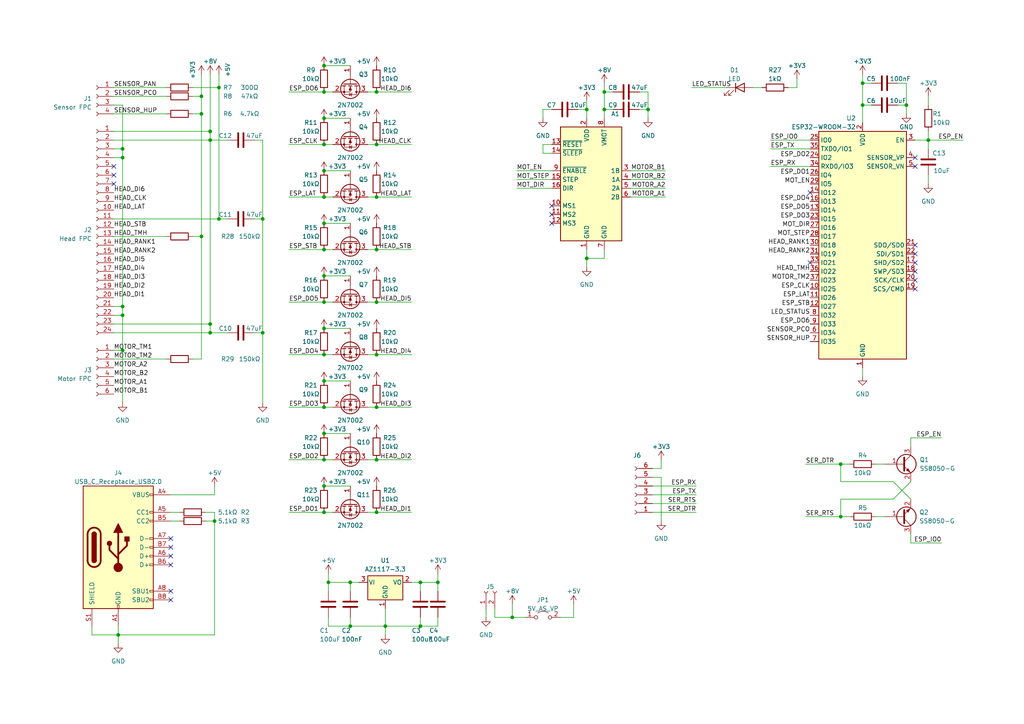
<source format=kicad_sch>
(kicad_sch (version 20230121) (generator eeschema)
  (paper "A4")
  (junction (at 175.26 31.75))
  (junction (at 93.98 87.63))
  (junction (at 109.22 41.91))
  (junction (at 60.96 96.52))
  (junction (at 35.56 45.72))
  (junction (at 35.56 88.9))
  (junction (at 93.98 72.39))
  (junction (at 109.22 72.39))
  (junction (at 34.29 184.15))
  (junction (at 170.18 74.93))
  (junction (at 111.76 181.61))
  (junction (at 93.98 19.05))
  (junction (at 93.98 41.91))
  (junction (at 35.56 43.18))
  (junction (at 93.98 34.29))
  (junction (at 76.2 63.5))
  (junction (at 109.22 102.87))
  (junction (at 93.98 80.01))
  (junction (at 58.42 27.94))
  (junction (at 62.23 151.13))
  (junction (at 93.98 26.67))
  (junction (at 187.96 31.75))
  (junction (at 63.5 63.5))
  (junction (at 250.19 24.13))
  (junction (at 35.56 91.44))
  (junction (at 35.56 101.6))
  (junction (at 93.98 148.59))
  (junction (at 93.98 64.77))
  (junction (at 175.26 26.67))
  (junction (at 93.98 102.87))
  (junction (at 243.84 149.86))
  (junction (at 60.96 38.1))
  (junction (at 109.22 133.35))
  (junction (at 93.98 110.49))
  (junction (at 58.42 33.02))
  (junction (at 93.98 49.53))
  (junction (at 170.18 31.75))
  (junction (at 101.6 168.91))
  (junction (at 109.22 148.59))
  (junction (at 127 168.91))
  (junction (at 243.84 134.62))
  (junction (at 60.96 40.64))
  (junction (at 109.22 57.15))
  (junction (at 109.22 26.67))
  (junction (at 63.5 25.4))
  (junction (at 93.98 125.73))
  (junction (at 250.19 30.48))
  (junction (at 60.96 93.98))
  (junction (at 109.22 118.11))
  (junction (at 93.98 133.35))
  (junction (at 58.42 68.58))
  (junction (at 93.98 95.25))
  (junction (at 93.98 140.97))
  (junction (at 121.92 181.61))
  (junction (at 262.89 30.48))
  (junction (at 121.92 168.91))
  (junction (at 109.22 87.63))
  (junction (at 269.24 40.64))
  (junction (at 76.2 96.52))
  (junction (at 95.25 168.91))
  (junction (at 101.6 181.61))
  (junction (at 93.98 57.15))
  (junction (at 148.59 179.07))
  (junction (at 93.98 118.11))
  (no_connect (at 265.43 78.74))
  (no_connect (at 265.43 48.26))
  (no_connect (at 265.43 83.82))
  (no_connect (at 49.53 173.99))
  (no_connect (at 265.43 45.72))
  (no_connect (at 33.02 53.34))
  (no_connect (at 234.95 55.88))
  (no_connect (at 49.53 163.83))
  (no_connect (at 160.02 64.77))
  (no_connect (at 265.43 71.12))
  (no_connect (at 49.53 158.75))
  (no_connect (at 265.43 81.28))
  (no_connect (at 49.53 156.21))
  (no_connect (at 33.02 50.8))
  (no_connect (at 160.02 59.69))
  (no_connect (at 49.53 161.29))
  (no_connect (at 234.95 76.2))
  (no_connect (at 265.43 76.2))
  (no_connect (at 49.53 171.45))
  (no_connect (at 33.02 48.26))
  (no_connect (at 160.02 62.23))
  (no_connect (at 265.43 73.66))
  (wire (pts (xy 83.82 41.91) (xy 93.98 41.91)))
  (wire (pts (xy 191.77 135.89) (xy 189.23 135.89)))
  (wire (pts (xy 111.76 176.53) (xy 111.76 181.61)))
  (wire (pts (xy 109.22 102.87) (xy 119.38 102.87)))
  (wire (pts (xy 121.92 168.91) (xy 127 168.91)))
  (wire (pts (xy 250.19 21.59) (xy 250.19 24.13)))
  (wire (pts (xy 95.25 168.91) (xy 95.25 171.45)))
  (wire (pts (xy 101.6 168.91) (xy 104.14 168.91)))
  (wire (pts (xy 58.42 33.02) (xy 55.88 33.02)))
  (wire (pts (xy 233.68 134.62) (xy 243.84 134.62)))
  (wire (pts (xy 93.98 140.97) (xy 101.6 140.97)))
  (wire (pts (xy 93.98 41.91) (xy 96.52 41.91)))
  (wire (pts (xy 109.22 118.11) (xy 119.38 118.11)))
  (wire (pts (xy 62.23 151.13) (xy 62.23 184.15)))
  (wire (pts (xy 83.82 133.35) (xy 93.98 133.35)))
  (wire (pts (xy 93.98 64.77) (xy 101.6 64.77)))
  (wire (pts (xy 148.59 175.26) (xy 148.59 179.07)))
  (wire (pts (xy 33.02 33.02) (xy 48.26 33.02)))
  (wire (pts (xy 218.44 25.4) (xy 220.98 25.4)))
  (wire (pts (xy 170.18 29.21) (xy 170.18 31.75)))
  (wire (pts (xy 189.23 143.51) (xy 201.93 143.51)))
  (wire (pts (xy 157.48 44.45) (xy 157.48 41.91)))
  (wire (pts (xy 62.23 143.51) (xy 49.53 143.51)))
  (wire (pts (xy 34.29 184.15) (xy 34.29 186.69)))
  (wire (pts (xy 109.22 26.67) (xy 119.38 26.67)))
  (wire (pts (xy 93.98 57.15) (xy 96.52 57.15)))
  (wire (pts (xy 109.22 87.63) (xy 119.38 87.63)))
  (wire (pts (xy 233.68 149.86) (xy 243.84 149.86)))
  (wire (pts (xy 33.02 96.52) (xy 60.96 96.52)))
  (wire (pts (xy 149.86 49.53) (xy 160.02 49.53)))
  (wire (pts (xy 93.98 72.39) (xy 96.52 72.39)))
  (wire (pts (xy 35.56 45.72) (xy 35.56 88.9)))
  (wire (pts (xy 55.88 25.4) (xy 63.5 25.4)))
  (wire (pts (xy 264.16 129.54) (xy 264.16 127)))
  (wire (pts (xy 93.98 110.49) (xy 101.6 110.49)))
  (wire (pts (xy 166.37 179.07) (xy 162.56 179.07)))
  (wire (pts (xy 260.35 24.13) (xy 262.89 24.13)))
  (wire (pts (xy 60.96 40.64) (xy 66.04 40.64)))
  (wire (pts (xy 58.42 21.59) (xy 58.42 27.94)))
  (wire (pts (xy 83.82 87.63) (xy 93.98 87.63)))
  (wire (pts (xy 170.18 74.93) (xy 170.18 77.47)))
  (wire (pts (xy 93.98 118.11) (xy 96.52 118.11)))
  (wire (pts (xy 200.66 25.4) (xy 210.82 25.4)))
  (wire (pts (xy 93.98 125.73) (xy 101.6 125.73)))
  (wire (pts (xy 33.02 45.72) (xy 35.56 45.72)))
  (wire (pts (xy 106.68 148.59) (xy 109.22 148.59)))
  (wire (pts (xy 262.89 30.48) (xy 260.35 30.48)))
  (wire (pts (xy 60.96 21.59) (xy 60.96 38.1)))
  (wire (pts (xy 35.56 88.9) (xy 35.56 91.44)))
  (wire (pts (xy 101.6 181.61) (xy 111.76 181.61)))
  (wire (pts (xy 35.56 91.44) (xy 35.56 101.6)))
  (wire (pts (xy 121.92 181.61) (xy 127 181.61)))
  (wire (pts (xy 58.42 68.58) (xy 55.88 68.58)))
  (wire (pts (xy 93.98 19.05) (xy 101.6 19.05)))
  (wire (pts (xy 34.29 184.15) (xy 26.67 184.15)))
  (wire (pts (xy 58.42 104.14) (xy 58.42 68.58)))
  (wire (pts (xy 106.68 102.87) (xy 109.22 102.87)))
  (wire (pts (xy 143.51 176.53) (xy 143.51 179.07)))
  (wire (pts (xy 160.02 44.45) (xy 157.48 44.45)))
  (wire (pts (xy 63.5 63.5) (xy 66.04 63.5)))
  (wire (pts (xy 269.24 38.1) (xy 269.24 40.64)))
  (wire (pts (xy 52.07 148.59) (xy 49.53 148.59)))
  (wire (pts (xy 83.82 72.39) (xy 93.98 72.39)))
  (wire (pts (xy 127 166.37) (xy 127 168.91)))
  (wire (pts (xy 59.69 148.59) (xy 62.23 148.59)))
  (wire (pts (xy 33.02 25.4) (xy 48.26 25.4)))
  (wire (pts (xy 35.56 101.6) (xy 35.56 116.84)))
  (wire (pts (xy 254 134.62) (xy 256.54 134.62)))
  (wire (pts (xy 223.52 40.64) (xy 234.95 40.64)))
  (wire (pts (xy 187.96 31.75) (xy 185.42 31.75)))
  (wire (pts (xy 35.56 91.44) (xy 33.02 91.44)))
  (wire (pts (xy 269.24 40.64) (xy 279.4 40.64)))
  (wire (pts (xy 269.24 40.64) (xy 265.43 40.64)))
  (wire (pts (xy 106.68 133.35) (xy 109.22 133.35)))
  (wire (pts (xy 58.42 27.94) (xy 58.42 33.02)))
  (wire (pts (xy 262.89 30.48) (xy 262.89 33.02)))
  (wire (pts (xy 33.02 43.18) (xy 35.56 43.18)))
  (wire (pts (xy 269.24 40.64) (xy 269.24 43.18)))
  (wire (pts (xy 109.22 57.15) (xy 119.38 57.15)))
  (wire (pts (xy 231.14 25.4) (xy 228.6 25.4)))
  (wire (pts (xy 63.5 25.4) (xy 63.5 63.5)))
  (wire (pts (xy 62.23 184.15) (xy 34.29 184.15)))
  (wire (pts (xy 106.68 87.63) (xy 109.22 87.63)))
  (wire (pts (xy 269.24 27.94) (xy 269.24 30.48)))
  (wire (pts (xy 250.19 24.13) (xy 252.73 24.13)))
  (wire (pts (xy 60.96 93.98) (xy 60.96 40.64)))
  (wire (pts (xy 246.38 134.62) (xy 243.84 134.62)))
  (wire (pts (xy 76.2 40.64) (xy 76.2 63.5)))
  (wire (pts (xy 254 149.86) (xy 256.54 149.86)))
  (wire (pts (xy 262.89 24.13) (xy 262.89 30.48)))
  (wire (pts (xy 109.22 133.35) (xy 119.38 133.35)))
  (wire (pts (xy 83.82 118.11) (xy 93.98 118.11)))
  (wire (pts (xy 109.22 72.39) (xy 119.38 72.39)))
  (wire (pts (xy 148.59 179.07) (xy 152.4 179.07)))
  (wire (pts (xy 193.04 49.53) (xy 182.88 49.53)))
  (wire (pts (xy 175.26 74.93) (xy 175.26 72.39)))
  (wire (pts (xy 60.96 40.64) (xy 60.96 38.1)))
  (wire (pts (xy 73.66 63.5) (xy 76.2 63.5)))
  (wire (pts (xy 62.23 151.13) (xy 59.69 151.13)))
  (wire (pts (xy 189.23 140.97) (xy 201.93 140.97)))
  (wire (pts (xy 246.38 149.86) (xy 243.84 149.86)))
  (wire (pts (xy 189.23 146.05) (xy 201.93 146.05)))
  (wire (pts (xy 259.08 139.7) (xy 243.84 139.7)))
  (wire (pts (xy 76.2 96.52) (xy 73.66 96.52)))
  (wire (pts (xy 101.6 168.91) (xy 101.6 171.45)))
  (wire (pts (xy 223.52 43.18) (xy 234.95 43.18)))
  (wire (pts (xy 93.98 80.01) (xy 101.6 80.01)))
  (wire (pts (xy 175.26 26.67) (xy 177.8 26.67)))
  (wire (pts (xy 250.19 24.13) (xy 250.19 30.48)))
  (wire (pts (xy 109.22 41.91) (xy 119.38 41.91)))
  (wire (pts (xy 34.29 181.61) (xy 34.29 184.15)))
  (wire (pts (xy 264.16 144.78) (xy 259.08 139.7)))
  (wire (pts (xy 243.84 144.78) (xy 243.84 149.86)))
  (wire (pts (xy 33.02 27.94) (xy 48.26 27.94)))
  (wire (pts (xy 63.5 21.59) (xy 63.5 25.4)))
  (wire (pts (xy 264.16 127) (xy 273.05 127)))
  (wire (pts (xy 83.82 57.15) (xy 93.98 57.15)))
  (wire (pts (xy 231.14 22.86) (xy 231.14 25.4)))
  (wire (pts (xy 35.56 30.48) (xy 35.56 43.18)))
  (wire (pts (xy 95.25 181.61) (xy 101.6 181.61)))
  (wire (pts (xy 166.37 175.26) (xy 166.37 179.07)))
  (wire (pts (xy 106.68 72.39) (xy 109.22 72.39)))
  (wire (pts (xy 187.96 26.67) (xy 187.96 31.75)))
  (wire (pts (xy 170.18 72.39) (xy 170.18 74.93)))
  (wire (pts (xy 170.18 31.75) (xy 170.18 34.29)))
  (wire (pts (xy 193.04 52.07) (xy 182.88 52.07)))
  (wire (pts (xy 121.92 168.91) (xy 121.92 171.45)))
  (wire (pts (xy 93.98 102.87) (xy 96.52 102.87)))
  (wire (pts (xy 33.02 101.6) (xy 35.56 101.6)))
  (wire (pts (xy 76.2 96.52) (xy 76.2 116.84)))
  (wire (pts (xy 93.98 148.59) (xy 96.52 148.59)))
  (wire (pts (xy 191.77 133.35) (xy 191.77 135.89)))
  (wire (pts (xy 175.26 31.75) (xy 177.8 31.75)))
  (wire (pts (xy 193.04 57.15) (xy 182.88 57.15)))
  (wire (pts (xy 35.56 88.9) (xy 33.02 88.9)))
  (wire (pts (xy 52.07 151.13) (xy 49.53 151.13)))
  (wire (pts (xy 83.82 148.59) (xy 93.98 148.59)))
  (wire (pts (xy 73.66 40.64) (xy 76.2 40.64)))
  (wire (pts (xy 189.23 148.59) (xy 201.93 148.59)))
  (wire (pts (xy 76.2 63.5) (xy 76.2 96.52)))
  (wire (pts (xy 250.19 30.48) (xy 252.73 30.48)))
  (wire (pts (xy 243.84 139.7) (xy 243.84 134.62)))
  (wire (pts (xy 264.16 157.48) (xy 273.05 157.48)))
  (wire (pts (xy 33.02 68.58) (xy 48.26 68.58)))
  (wire (pts (xy 149.86 52.07) (xy 160.02 52.07)))
  (wire (pts (xy 93.98 26.67) (xy 96.52 26.67)))
  (wire (pts (xy 106.68 118.11) (xy 109.22 118.11)))
  (wire (pts (xy 140.97 176.53) (xy 140.97 179.07)))
  (wire (pts (xy 111.76 181.61) (xy 121.92 181.61)))
  (wire (pts (xy 106.68 26.67) (xy 109.22 26.67)))
  (wire (pts (xy 157.48 41.91) (xy 160.02 41.91)))
  (wire (pts (xy 175.26 31.75) (xy 175.26 34.29)))
  (wire (pts (xy 259.08 144.78) (xy 243.84 144.78)))
  (wire (pts (xy 175.26 24.13) (xy 175.26 26.67)))
  (wire (pts (xy 191.77 151.13) (xy 191.77 138.43)))
  (wire (pts (xy 33.02 40.64) (xy 60.96 40.64)))
  (wire (pts (xy 223.52 48.26) (xy 234.95 48.26)))
  (wire (pts (xy 175.26 26.67) (xy 175.26 31.75)))
  (wire (pts (xy 250.19 106.68) (xy 250.19 109.22)))
  (wire (pts (xy 93.98 34.29) (xy 101.6 34.29)))
  (wire (pts (xy 83.82 102.87) (xy 93.98 102.87)))
  (wire (pts (xy 127 181.61) (xy 127 179.07)))
  (wire (pts (xy 26.67 181.61) (xy 26.67 184.15)))
  (wire (pts (xy 167.64 31.75) (xy 170.18 31.75)))
  (wire (pts (xy 269.24 50.8) (xy 269.24 53.34)))
  (wire (pts (xy 185.42 26.67) (xy 187.96 26.67)))
  (wire (pts (xy 157.48 34.29) (xy 157.48 31.75)))
  (wire (pts (xy 58.42 33.02) (xy 58.42 68.58)))
  (wire (pts (xy 127 168.91) (xy 127 171.45)))
  (wire (pts (xy 106.68 57.15) (xy 109.22 57.15)))
  (wire (pts (xy 93.98 133.35) (xy 96.52 133.35)))
  (wire (pts (xy 63.5 63.5) (xy 33.02 63.5)))
  (wire (pts (xy 95.25 166.37) (xy 95.25 168.91)))
  (wire (pts (xy 187.96 34.29) (xy 187.96 31.75)))
  (wire (pts (xy 191.77 138.43) (xy 189.23 138.43)))
  (wire (pts (xy 83.82 26.67) (xy 93.98 26.67)))
  (wire (pts (xy 193.04 54.61) (xy 182.88 54.61)))
  (wire (pts (xy 60.96 96.52) (xy 60.96 93.98)))
  (wire (pts (xy 33.02 104.14) (xy 48.26 104.14)))
  (wire (pts (xy 111.76 181.61) (xy 111.76 184.15)))
  (wire (pts (xy 95.25 168.91) (xy 101.6 168.91)))
  (wire (pts (xy 119.38 168.91) (xy 121.92 168.91)))
  (wire (pts (xy 93.98 49.53) (xy 101.6 49.53)))
  (wire (pts (xy 55.88 104.14) (xy 58.42 104.14)))
  (wire (pts (xy 62.23 148.59) (xy 62.23 151.13)))
  (wire (pts (xy 58.42 27.94) (xy 55.88 27.94)))
  (wire (pts (xy 33.02 30.48) (xy 35.56 30.48)))
  (wire (pts (xy 170.18 74.93) (xy 175.26 74.93)))
  (wire (pts (xy 33.02 93.98) (xy 60.96 93.98)))
  (wire (pts (xy 109.22 148.59) (xy 119.38 148.59)))
  (wire (pts (xy 264.16 154.94) (xy 264.16 157.48)))
  (wire (pts (xy 95.25 179.07) (xy 95.25 181.61)))
  (wire (pts (xy 143.51 179.07) (xy 148.59 179.07)))
  (wire (pts (xy 35.56 43.18) (xy 35.56 45.72)))
  (wire (pts (xy 157.48 31.75) (xy 160.02 31.75)))
  (wire (pts (xy 259.08 144.78) (xy 264.16 139.7)))
  (wire (pts (xy 101.6 179.07) (xy 101.6 181.61)))
  (wire (pts (xy 60.96 96.52) (xy 66.04 96.52)))
  (wire (pts (xy 93.98 87.63) (xy 96.52 87.63)))
  (wire (pts (xy 121.92 181.61) (xy 121.92 179.07)))
  (wire (pts (xy 93.98 95.25) (xy 101.6 95.25)))
  (wire (pts (xy 60.96 38.1) (xy 33.02 38.1)))
  (wire (pts (xy 62.23 140.97) (xy 62.23 143.51)))
  (wire (pts (xy 106.68 41.91) (xy 109.22 41.91)))
  (wire (pts (xy 250.19 30.48) (xy 250.19 35.56)))
  (wire (pts (xy 149.86 54.61) (xy 160.02 54.61)))
  (label "HEAD_STB" (at 119.38 72.39 180))
  (label "HEAD_DI6" (at 119.38 26.67 180))
  (label "ESP_EN" (at 273.05 127 180))
  (label "MOTOR_A1" (at 193.04 57.15 180))
  (label "ESP_STB" (at 83.82 72.39 0))
  (label "HEAD_LAT" (at 33.02 60.96 0))
  (label "ESP_TX" (at 201.93 143.51 180))
  (label "SENSOR_HUP" (at 33.02 33.02 0))
  (label "SER_DTR" (at 201.93 148.59 180))
  (label "ESP_RX" (at 223.52 48.26 0))
  (label "ESP_DO2" (at 234.95 45.72 180))
  (label "HEAD_TMH" (at 234.95 78.74 180))
  (label "HEAD_DI2" (at 119.38 133.35 180))
  (label "MOTOR_A2" (at 33.02 106.68 0))
  (label "ESP_IO0" (at 223.52 40.64 0))
  (label "SENSOR_PCO" (at 33.02 27.94 0))
  (label "MOTOR_B1" (at 33.02 114.3 0))
  (label "ESP_DO3" (at 234.95 63.5 180))
  (label "ESP_LAT" (at 234.95 86.36 180))
  (label "ESP_DO2" (at 83.82 133.35 0))
  (label "HEAD_DI1" (at 119.38 148.59 180))
  (label "SER_DTR" (at 233.68 134.62 0))
  (label "HEAD_DI4" (at 33.02 78.74 0))
  (label "HEAD_DI1" (at 33.02 86.36 0))
  (label "MOT_STEP" (at 149.86 52.07 0))
  (label "HEAD_DI4" (at 119.38 102.87 180))
  (label "ESP_EN" (at 279.4 40.64 180))
  (label "HEAD_RANK2" (at 33.02 73.66 0))
  (label "ESP_DO1" (at 83.82 148.59 0))
  (label "ESP_DO6" (at 234.95 93.98 180))
  (label "ESP_CLK" (at 234.95 83.82 180))
  (label "MOT_DIR" (at 234.95 66.04 180))
  (label "HEAD_DI5" (at 33.02 76.2 0))
  (label "LED_STATUS" (at 200.66 25.4 0))
  (label "ESP_IO0" (at 273.05 157.48 180))
  (label "SENSOR_PAN" (at 33.02 25.4 0))
  (label "MOTOR_A1" (at 33.02 111.76 0))
  (label "MOTOR_A2" (at 193.04 54.61 180))
  (label "ESP_STB" (at 234.95 88.9 180))
  (label "HEAD_CLK" (at 33.02 58.42 0))
  (label "MOTOR_B1" (at 193.04 49.53 180))
  (label "MOTOR_B2" (at 193.04 52.07 180))
  (label "SENSOR_PCO" (at 234.95 96.52 180))
  (label "ESP_DO6" (at 83.82 26.67 0))
  (label "MOTOR_TM2" (at 33.02 104.14 0))
  (label "HEAD_DI3" (at 119.38 118.11 180))
  (label "HEAD_RANK2" (at 234.95 73.66 180))
  (label "SENSOR_HUP" (at 234.95 99.06 180))
  (label "ESP_DO5" (at 234.95 60.96 180))
  (label "SER_RTS" (at 201.93 146.05 180))
  (label "SER_RTS" (at 233.68 149.86 0))
  (label "ESP_DO1" (at 234.95 50.8 180))
  (label "HEAD_LAT" (at 119.38 57.15 180))
  (label "HEAD_RANK1" (at 33.02 71.12 0))
  (label "ESP_DO4" (at 234.95 58.42 180))
  (label "LED_STATUS" (at 234.95 91.44 180))
  (label "MOT_EN" (at 234.95 53.34 180))
  (label "ESP_CLK" (at 83.82 41.91 0))
  (label "HEAD_STB" (at 33.02 66.04 0))
  (label "ESP_DO3" (at 83.82 118.11 0))
  (label "HEAD_DI6" (at 33.02 55.88 0))
  (label "ESP_DO4" (at 83.82 102.87 0))
  (label "ESP_TX" (at 223.52 43.18 0))
  (label "MOTOR_TM1" (at 33.02 101.6 0))
  (label "MOT_STEP" (at 234.95 68.58 180))
  (label "MOT_EN" (at 149.86 49.53 0))
  (label "MOT_DIR" (at 149.86 54.61 0))
  (label "HEAD_DI2" (at 33.02 83.82 0))
  (label "ESP_RX" (at 201.93 140.97 180))
  (label "HEAD_RANK1" (at 234.95 71.12 180))
  (label "HEAD_DI5" (at 119.38 87.63 180))
  (label "HEAD_TMH" (at 33.02 68.58 0))
  (label "HEAD_CLK" (at 119.38 41.91 180))
  (label "HEAD_DI3" (at 33.02 81.28 0))
  (label "MOTOR_B2" (at 33.02 109.22 0))
  (label "ESP_LAT" (at 83.82 57.15 0))
  (label "ESP_DO5" (at 83.82 87.63 0))
  (label "MOTOR_TM2" (at 234.95 81.28 180))
  (symbol (lib_id "Transistor_FET:2N7002") (at 101.6 100.33 270) (unit 1)
    (property "Reference" "Q8" (at 105.41 97.79 90))
    (property "Value" "2N7002" (at 101.6 106.68 90))
    (property "Footprint" "Package_TO_SOT_SMD:SOT-23" (effects hide))
    (property "Datasheet" "https://www.onsemi.com/pub/Collateral/NDS7002A-D.PDF" (effects hide))
    (property "LCSC" "C8545" (effects hide))
  )
  (symbol (lib_id "power:+5V") (at 109.22 110.49 0) (unit 1)
    (property "Reference" "#PWR032" (effects hide))
    (property "Value" "+5V" (at 105.41 109.22 0))
  )
  (symbol (lib_id "Device:LED") (at 214.63 25.4 0) (unit 1)
    (property "Reference" "D1" (at 213.0425 20.32 0))
    (property "Value" "LED" (at 213.0425 22.86 0))
    (property "Footprint" "LED_SMD:LED_0603_1608Metric" (effects hide))
    (property "LCSC" "C2286" (effects hide))
  )
  (symbol (lib_id "power:+5V") (at 109.22 95.25 0) (unit 1)
    (property "Reference" "#PWR028" (effects hide))
    (property "Value" "+5V" (at 105.41 93.98 0))
  )
  (symbol (lib_id "Device:C") (at 256.54 24.13 90) (unit 1)
    (property "Reference" "C5" (at 254 22.86 90) (effects (justify left)))
    (property "Value" "100nF" (at 264.16 22.86 90) (effects (justify left)))
    (property "Footprint" "Capacitor_SMD:C_0603_1608Metric" (effects hide))
    (property "LCSC" "C14663" (effects hide))
  )
  (symbol (lib_id "Device:R") (at 109.22 129.54 180) (unit 1)
    (property "Reference" "R25" (at 113.03 127 0))
    (property "Value" "10kΩ" (at 113.03 129.54 0))
    (property "Footprint" "Resistor_SMD:R_0603_1608Metric" (effects hide))
    (property "LCSC" "C25804" (effects hide))
  )
  (symbol (lib_id "Transistor_FET:2N7002") (at 101.6 54.61 270) (unit 1)
    (property "Reference" "Q5" (at 105.41 52.07 90))
    (property "Value" "2N7002" (at 101.6 60.96 90))
    (property "Footprint" "Package_TO_SOT_SMD:SOT-23" (effects hide))
    (property "Datasheet" "https://www.onsemi.com/pub/Collateral/NDS7002A-D.PDF" (effects hide))
    (property "LCSC" "C8545" (effects hide))
  )
  (symbol (lib_id "Device:R") (at 269.24 34.29 180) (unit 1)
    (property "Reference" "R1" (at 271.78 33.02 0))
    (property "Value" "10kΩ" (at 273.05 35.56 0))
    (property "Footprint" "Resistor_SMD:R_0603_1608Metric" (effects hide))
    (property "LCSC" "C25804" (effects hide))
  )
  (symbol (lib_id "power:GND") (at 250.19 109.22 0) (unit 1)
    (property "Reference" "#PWR08" (effects hide))
    (property "Value" "GND" (at 250.19 114.3 0))
  )
  (symbol (lib_id "Device:R") (at 52.07 33.02 90) (unit 1)
    (property "Reference" "R6" (at 66.04 33.02 90))
    (property "Value" "4.7kΩ" (at 72.39 33.02 90))
    (property "Footprint" "Resistor_SMD:R_0603_1608Metric" (effects hide))
    (property "LCSC" "C23162" (effects hide))
  )
  (symbol (lib_id "power:+5V") (at 109.22 34.29 0) (unit 1)
    (property "Reference" "#PWR020" (effects hide))
    (property "Value" "+5V" (at 105.41 33.02 0))
  )
  (symbol (lib_id "Regulator_Linear:AZ1117-3.3") (at 111.76 168.91 0) (unit 1)
    (property "Reference" "U1" (at 111.76 162.56 0))
    (property "Value" "AZ1117-3.3" (at 111.76 165.1 0))
    (property "Footprint" "Package_TO_SOT_SMD:SOT-223-3_TabPin2" (effects hide))
    (property "Datasheet" "https://www.diodes.com/assets/Datasheets/AZ1117.pdf" (effects hide))
    (property "LCSC" "C6186" (effects hide))
  )
  (symbol (lib_id "Connector:Conn_01x02_Socket") (at 140.97 171.45 90) (unit 1)
    (property "Reference" "J5" (at 140.97 170.18 90) (effects (justify right)))
    (property "Value" "Conn_01x02_Socket" (effects hide))
    (property "Footprint" "Connector_PinHeader_2.54mm:PinHeader_1x02_P2.54mm_Vertical" (effects hide))
  )
  (symbol (lib_id "power:+5V") (at 109.22 49.53 0) (unit 1)
    (property "Reference" "#PWR022" (effects hide))
    (property "Value" "+5V" (at 105.41 48.26 0))
  )
  (symbol (lib_id "power:+5V") (at 109.22 80.01 0) (unit 1)
    (property "Reference" "#PWR027" (effects hide))
    (property "Value" "+5V" (at 105.41 78.74 0))
  )
  (symbol (lib_id "Connector:Conn_01x24_Socket") (at 27.94 66.04 0) (mirror y) (unit 1)
    (property "Reference" "J2" (at 26.67 66.675 0) (effects (justify left)))
    (property "Value" "Head FPC" (at 26.67 69.215 0) (effects (justify left)))
    (property "Footprint" "Connector_FFC-FPC:Molex_200528-0240_1x24-1MP_P1.00mm_Horizontal" (effects hide))
    (property "LCSC" "C262376" (effects hide))
  )
  (symbol (lib_id "power:+5V") (at 95.25 166.37 0) (unit 1)
    (property "Reference" "#PWR01" (effects hide))
    (property "Value" "+5V" (at 95.25 162.56 0))
  )
  (symbol (lib_id "Device:R") (at 93.98 68.58 180) (unit 1)
    (property "Reference" "R15" (at 90.17 66.04 0))
    (property "Value" "10kΩ" (at 90.17 68.58 0))
    (property "Footprint" "Resistor_SMD:R_0603_1608Metric" (effects hide))
    (property "LCSC" "C25804" (effects hide))
  )
  (symbol (lib_id "Connector:Conn_01x06_Socket") (at 27.94 106.68 0) (mirror y) (unit 1)
    (property "Reference" "J3" (at 26.67 107.315 0) (effects (justify left)))
    (property "Value" "Motor FPC" (at 26.67 109.855 0) (effects (justify left)))
    (property "Footprint" "Connector_FFC-FPC:Molex_200528-0060_1x06-1MP_P1.00mm_Horizontal" (effects hide))
    (property "LCSC" "C72727" (effects hide))
  )
  (symbol (lib_id "power:+5V") (at 109.22 64.77 0) (unit 1)
    (property "Reference" "#PWR026" (effects hide))
    (property "Value" "+5V" (at 105.41 63.5 0))
  )
  (symbol (lib_id "Jumper:Jumper_2_Open") (at 157.48 179.07 0) (unit 1)
    (property "Reference" "JP1" (at 157.48 173.99 0))
    (property "Value" "5V_AS_VP" (at 157.48 176.53 0))
    (property "Footprint" "Connector_PinSocket_2.54mm:PinSocket_1x02_P2.54mm_Vertical" (effects hide))
  )
  (symbol (lib_id "power:GND") (at 269.24 53.34 0) (unit 1)
    (property "Reference" "#PWR044" (effects hide))
    (property "Value" "GND" (at 269.24 58.42 0))
  )
  (symbol (lib_id "power:+3V3") (at 93.98 80.01 0) (unit 1)
    (property "Reference" "#PWR024" (effects hide))
    (property "Value" "+3V3" (at 97.79 78.74 0))
  )
  (symbol (lib_id "power:+3V3") (at 93.98 125.73 0) (unit 1)
    (property "Reference" "#PWR030" (effects hide))
    (property "Value" "+3V3" (at 97.79 124.46 0))
  )
  (symbol (lib_id "Device:Q_NPN_BEC") (at 261.62 134.62 0) (unit 1)
    (property "Reference" "Q1" (at 266.7 133.35 0) (effects (justify left)))
    (property "Value" "SS8050-G" (at 266.7 135.89 0) (effects (justify left)))
    (property "Footprint" "Package_TO_SOT_SMD:SOT-23" (effects hide))
    (property "LCSC" "C2150" (effects hide))
  )
  (symbol (lib_id "power:+3V3") (at 93.98 95.25 0) (unit 1)
    (property "Reference" "#PWR025" (effects hide))
    (property "Value" "+3V3" (at 97.79 93.98 0))
  )
  (symbol (lib_id "Device:R") (at 52.07 25.4 90) (unit 1)
    (property "Reference" "R7" (at 66.04 25.4 90))
    (property "Value" "300Ω" (at 72.39 25.4 90))
    (property "Footprint" "Resistor_SMD:R_0603_1608Metric" (effects hide))
    (property "LCSC" "C23025" (effects hide))
  )
  (symbol (lib_id "Device:R") (at 250.19 134.62 90) (unit 1)
    (property "Reference" "R4" (at 250.19 132.08 90))
    (property "Value" "10kΩ" (at 250.19 137.16 90))
    (property "Footprint" "Resistor_SMD:R_0603_1608Metric" (effects hide))
    (property "LCSC" "C25804" (effects hide))
  )
  (symbol (lib_id "Device:R") (at 109.22 53.34 180) (unit 1)
    (property "Reference" "R14" (at 113.03 50.8 0))
    (property "Value" "10kΩ" (at 113.03 53.34 0))
    (property "Footprint" "Resistor_SMD:R_0603_1608Metric" (effects hide))
    (property "LCSC" "C25804" (effects hide))
  )
  (symbol (lib_id "Device:R") (at 93.98 99.06 180) (unit 1)
    (property "Reference" "R17" (at 90.17 96.52 0))
    (property "Value" "10kΩ" (at 90.17 99.06 0))
    (property "Footprint" "Resistor_SMD:R_0603_1608Metric" (effects hide))
    (property "LCSC" "C25804" (effects hide))
  )
  (symbol (lib_id "power:+3V3") (at 58.42 21.59 0) (unit 1)
    (property "Reference" "#PWR05" (effects hide))
    (property "Value" "+3V3" (at 55.88 20.32 90))
  )
  (symbol (lib_id "power:+5V") (at 63.5 21.59 0) (unit 1)
    (property "Reference" "#PWR03" (effects hide))
    (property "Value" "+5V" (at 66.04 20.32 90))
  )
  (symbol (lib_id "Device:R") (at 109.22 99.06 180) (unit 1)
    (property "Reference" "R20" (at 113.03 96.52 0))
    (property "Value" "10kΩ" (at 113.03 99.06 0))
    (property "Footprint" "Resistor_SMD:R_0603_1608Metric" (effects hide))
    (property "LCSC" "C25804" (effects hide))
  )
  (symbol (lib_id "Device:R") (at 93.98 144.78 180) (unit 1)
    (property "Reference" "R23" (at 90.17 142.24 0))
    (property "Value" "10kΩ" (at 90.17 144.78 0))
    (property "Footprint" "Resistor_SMD:R_0603_1608Metric" (effects hide))
    (property "LCSC" "C25804" (effects hide))
  )
  (symbol (lib_id "power:+3V3") (at 250.19 21.59 0) (unit 1)
    (property "Reference" "#PWR07" (effects hide))
    (property "Value" "+3V3" (at 250.19 17.78 0))
  )
  (symbol (lib_id "Device:R") (at 93.98 129.54 180) (unit 1)
    (property "Reference" "R22" (at 90.17 127 0))
    (property "Value" "10kΩ" (at 90.17 129.54 0))
    (property "Footprint" "Resistor_SMD:R_0603_1608Metric" (effects hide))
    (property "LCSC" "C25804" (effects hide))
  )
  (symbol (lib_id "Device:R") (at 109.22 83.82 180) (unit 1)
    (property "Reference" "R19" (at 113.03 81.28 0))
    (property "Value" "10kΩ" (at 113.03 83.82 0))
    (property "Footprint" "Resistor_SMD:R_0603_1608Metric" (effects hide))
    (property "LCSC" "C25804" (effects hide))
  )
  (symbol (lib_id "power:+3V3") (at 127 166.37 0) (unit 1)
    (property "Reference" "#PWR06" (effects hide))
    (property "Value" "+3V3" (at 127 162.56 0))
  )
  (symbol (lib_id "Device:R") (at 109.22 68.58 180) (unit 1)
    (property "Reference" "R18" (at 113.03 66.04 0))
    (property "Value" "10kΩ" (at 113.03 68.58 0))
    (property "Footprint" "Resistor_SMD:R_0603_1608Metric" (effects hide))
    (property "LCSC" "C25804" (effects hide))
  )
  (symbol (lib_id "Device:R") (at 55.88 148.59 270) (mirror x) (unit 1)
    (property "Reference" "R2" (at 71.12 148.59 90))
    (property "Value" "5.1kΩ" (at 66.04 148.59 90))
    (property "Footprint" "Resistor_SMD:R_0603_1608Metric" (effects hide))
    (property "LCSC" "C23186" (effects hide))
  )
  (symbol (lib_id "power:+3V3") (at 93.98 34.29 0) (unit 1)
    (property "Reference" "#PWR019" (effects hide))
    (property "Value" "+3V3" (at 97.79 33.02 0))
  )
  (symbol (lib_id "Device:Q_NPN_BEC") (at 261.62 149.86 0) (mirror x) (unit 1)
    (property "Reference" "Q2" (at 267.97 148.59 0))
    (property "Value" "SS8050-G" (at 271.78 151.13 0))
    (property "Footprint" "Package_TO_SOT_SMD:SOT-23" (effects hide))
    (property "LCSC" "C2150" (effects hide))
  )
  (symbol (lib_id "Driver_Motor:Pololu_Breakout_A4988") (at 170.18 52.07 0) (unit 1)
    (property "Reference" "A1" (at 177.2159 33.02 0) (effects (justify left)))
    (property "Value" "Pololu_Breakout_A4988" (effects hide))
    (property "Footprint" "Module:Pololu_Breakout-16_15.2x20.3mm" (effects hide))
    (property "Datasheet" "https://www.pololu.com/product/2980/pictures" (effects hide))
  )
  (symbol (lib_id "Device:C") (at 127 175.26 0) (unit 1)
    (property "Reference" "C4" (at 124.46 182.88 0) (effects (justify left)))
    (property "Value" "100uF" (at 124.46 185.42 0) (effects (justify left)))
    (property "Footprint" "Capacitor_SMD:C_1206_3216Metric" (effects hide))
    (property "LCSC" "C15008" (effects hide))
  )
  (symbol (lib_id "power:+5V") (at 62.23 140.97 0) (mirror y) (unit 1)
    (property "Reference" "#PWR011" (effects hide))
    (property "Value" "+5V" (at 62.23 137.16 0))
  )
  (symbol (lib_id "power:GND") (at 35.56 116.84 0) (unit 1)
    (property "Reference" "#PWR02" (effects hide))
    (property "Value" "GND" (at 35.56 121.92 0))
  )
  (symbol (lib_id "Device:C") (at 69.85 40.64 90) (unit 1)
    (property "Reference" "C12" (at 67.31 39.37 90) (effects (justify left)))
    (property "Value" "47uF" (at 76.2 39.37 90) (effects (justify left)))
    (property "Footprint" "Capacitor_SMD:C_1206_3216Metric" (effects hide))
    (property "LCSC" "C96123" (effects hide))
  )
  (symbol (lib_id "power:+5V") (at 109.22 19.05 0) (unit 1)
    (property "Reference" "#PWR018" (effects hide))
    (property "Value" "+5V" (at 105.41 17.78 0))
  )
  (symbol (lib_id "Device:R") (at 93.98 22.86 180) (unit 1)
    (property "Reference" "R9" (at 90.17 20.32 0))
    (property "Value" "10kΩ" (at 90.17 22.86 0))
    (property "Footprint" "Resistor_SMD:R_0603_1608Metric" (effects hide))
    (property "LCSC" "C25804" (effects hide))
  )
  (symbol (lib_id "power:+3V3") (at 93.98 49.53 0) (unit 1)
    (property "Reference" "#PWR021" (effects hide))
    (property "Value" "+3V3" (at 97.79 48.26 0))
  )
  (symbol (lib_id "Device:R") (at 109.22 22.86 180) (unit 1)
    (property "Reference" "R10" (at 113.03 20.32 0))
    (property "Value" "10kΩ" (at 113.03 22.86 0))
    (property "Footprint" "Resistor_SMD:R_0603_1608Metric" (effects hide))
    (property "LCSC" "C25804" (effects hide))
  )
  (symbol (lib_id "power:+3V3") (at 231.14 22.86 0) (unit 1)
    (property "Reference" "#PWR035" (effects hide))
    (property "Value" "+3V3" (at 231.14 19.05 0))
  )
  (symbol (lib_id "power:+5V") (at 109.22 140.97 0) (unit 1)
    (property "Reference" "#PWR034" (effects hide))
    (property "Value" "+5V" (at 105.41 139.7 0))
  )
  (symbol (lib_id "power:GND") (at 191.77 151.13 0) (unit 1)
    (property "Reference" "#PWR042" (effects hide))
    (property "Value" "GND" (at 191.77 156.21 0))
  )
  (symbol (lib_id "Connector:Conn_01x06_Socket") (at 184.15 143.51 180) (unit 1)
    (property "Reference" "J6" (at 184.785 132.08 0))
    (property "Value" "Conn_01x06_Socket" (effects hide))
    (property "Footprint" "Connector_PinSocket_2.54mm:PinSocket_1x06_P2.54mm_Vertical" (effects hide))
  )
  (symbol (lib_id "Device:C") (at 181.61 26.67 90) (unit 1)
    (property "Reference" "C8" (at 179.07 25.4 90) (effects (justify left)))
    (property "Value" "47uF" (at 187.96 25.4 90) (effects (justify left)))
    (property "Footprint" "Capacitor_SMD:C_1206_3216Metric" (effects hide))
    (property "LCSC" "C96123" (effects hide))
  )
  (symbol (lib_id "Connector:USB_C_Receptacle_USB2.0") (at 34.29 158.75 0) (unit 1)
    (property "Reference" "J4" (at 34.29 137.16 0))
    (property "Value" "USB_C_Receptacle_USB2.0" (at 34.29 139.7 0))
    (property "Footprint" "Connector_USB:USB_C_Receptacle_HRO_TYPE-C-31-M-12" (effects hide))
    (property "Datasheet" "https://www.usb.org/sites/default/files/documents/usb_type-c.zip" (effects hide))
    (property "LCSC" "C2988369" (effects hide))
  )
  (symbol (lib_id "Transistor_FET:2N7002") (at 101.6 130.81 270) (unit 1)
    (property "Reference" "Q10" (at 105.41 128.27 90))
    (property "Value" "2N7002" (at 101.6 137.16 90))
    (property "Footprint" "Package_TO_SOT_SMD:SOT-23" (effects hide))
    (property "Datasheet" "https://www.onsemi.com/pub/Collateral/NDS7002A-D.PDF" (effects hide))
    (property "LCSC" "C8545" (effects hide))
  )
  (symbol (lib_id "Device:R") (at 93.98 114.3 180) (unit 1)
    (property "Reference" "R21" (at 90.17 111.76 0))
    (property "Value" "10kΩ" (at 90.17 114.3 0))
    (property "Footprint" "Resistor_SMD:R_0603_1608Metric" (effects hide))
    (property "LCSC" "C25804" (effects hide))
  )
  (symbol (lib_id "Device:C") (at 181.61 31.75 90) (unit 1)
    (property "Reference" "C9" (at 179.07 30.48 90) (effects (justify left)))
    (property "Value" "47uF" (at 187.96 30.48 90) (effects (justify left)))
    (property "Footprint" "Capacitor_SMD:C_1206_3216Metric" (effects hide))
    (property "LCSC" "C96123" (effects hide))
  )
  (symbol (lib_id "power:GND") (at 111.76 184.15 0) (unit 1)
    (property "Reference" "#PWR04" (effects hide))
    (property "Value" "GND" (at 111.76 189.23 0))
  )
  (symbol (lib_id "Transistor_FET:2N7002") (at 101.6 146.05 270) (unit 1)
    (property "Reference" "Q11" (at 105.41 143.51 90))
    (property "Value" "2N7002" (at 101.6 152.4 90))
    (property "Footprint" "Package_TO_SOT_SMD:SOT-23" (effects hide))
    (property "Datasheet" "https://www.onsemi.com/pub/Collateral/NDS7002A-D.PDF" (effects hide))
    (property "LCSC" "C8545" (effects hide))
  )
  (symbol (lib_id "Device:R") (at 224.79 25.4 90) (unit 1)
    (property "Reference" "R27" (at 224.79 20.32 90))
    (property "Value" "1kΩ" (at 224.79 22.86 90))
    (property "Footprint" "Resistor_SMD:R_0603_1608Metric" (effects hide))
    (property "LCSC" "C21190" (effects hide))
  )
  (symbol (lib_id "Device:C") (at 256.54 30.48 90) (unit 1)
    (property "Reference" "C6" (at 254 29.21 90) (effects (justify left)))
    (property "Value" "10uF" (at 262.89 29.21 90) (effects (justify left)))
    (property "Footprint" "Capacitor_SMD:C_0603_1608Metric" (effects hide))
    (property "LCSC" "C19702" (effects hide))
  )
  (symbol (lib_id "Device:C") (at 163.83 31.75 90) (unit 1)
    (property "Reference" "C7" (at 161.29 30.48 90) (effects (justify left)))
    (property "Value" "10uF" (at 170.18 30.48 90) (effects (justify left)))
    (property "Footprint" "Capacitor_SMD:C_0603_1608Metric" (effects hide))
    (property "LCSC" "C19702" (effects hide))
  )
  (symbol (lib_id "power:+3V3") (at 93.98 19.05 0) (unit 1)
    (property "Reference" "#PWR017" (effects hide))
    (property "Value" "+3V3" (at 97.79 17.78 0))
  )
  (symbol (lib_id "Transistor_FET:2N7002") (at 101.6 24.13 270) (unit 1)
    (property "Reference" "Q3" (at 105.41 21.59 90))
    (property "Value" "2N7002" (at 101.6 30.48 90))
    (property "Footprint" "Package_TO_SOT_SMD:SOT-23" (effects hide))
    (property "Datasheet" "https://www.onsemi.com/pub/Collateral/NDS7002A-D.PDF" (effects hide))
    (property "LCSC" "C8545" (effects hide))
  )
  (symbol (lib_id "power:GND") (at 140.97 179.07 0) (mirror y) (unit 1)
    (property "Reference" "#PWR016" (effects hide))
    (property "Value" "GND" (at 140.97 184.15 0))
  )
  (symbol (lib_id "Device:C") (at 69.85 63.5 90) (unit 1)
    (property "Reference" "C11" (at 67.31 62.23 90) (effects (justify left)))
    (property "Value" "47uF" (at 76.2 62.23 90) (effects (justify left)))
    (property "Footprint" "Capacitor_SMD:C_1206_3216Metric" (effects hide))
    (property "LCSC" "C96123" (effects hide))
  )
  (symbol (lib_id "Device:R") (at 55.88 151.13 270) (mirror x) (unit 1)
    (property "Reference" "R3" (at 71.12 151.13 90))
    (property "Value" "5.1kΩ" (at 66.04 151.13 90))
    (property "Footprint" "Resistor_SMD:R_0603_1608Metric" (effects hide))
    (property "LCSC" "C23186" (effects hide))
  )
  (symbol (lib_id "Transistor_FET:2N7002") (at 101.6 39.37 270) (unit 1)
    (property "Reference" "Q4" (at 105.41 36.83 90))
    (property "Value" "2N7002" (at 101.6 45.72 90))
    (property "Footprint" "Package_TO_SOT_SMD:SOT-23" (effects hide))
    (property "Datasheet" "https://www.onsemi.com/pub/Collateral/NDS7002A-D.PDF" (effects hide))
    (property "LCSC" "C8545" (effects hide))
  )
  (symbol (lib_id "power:+8V") (at 148.59 175.26 0) (unit 1)
    (property "Reference" "#PWR015" (effects hide))
    (property "Value" "+8V" (at 148.59 171.45 0))
  )
  (symbol (lib_id "power:+3V3") (at 93.98 140.97 0) (unit 1)
    (property "Reference" "#PWR031" (effects hide))
    (property "Value" "+3V3" (at 97.79 139.7 0))
  )
  (symbol (lib_id "power:+3V3") (at 269.24 27.94 0) (unit 1)
    (property "Reference" "#PWR010" (effects hide))
    (property "Value" "+3V3" (at 269.24 24.13 0))
  )
  (symbol (lib_id "Device:R") (at 109.22 114.3 180) (unit 1)
    (property "Reference" "R24" (at 113.03 111.76 0))
    (property "Value" "10kΩ" (at 113.03 114.3 0))
    (property "Footprint" "Resistor_SMD:R_0603_1608Metric" (effects hide))
    (property "LCSC" "C25804" (effects hide))
  )
  (symbol (lib_id "power:GND") (at 170.18 77.47 0) (unit 1)
    (property "Reference" "#PWR036" (effects hide))
    (property "Value" "GND" (at 170.18 82.55 0))
  )
  (symbol (lib_id "power:+3V3") (at 93.98 110.49 0) (unit 1)
    (property "Reference" "#PWR029" (effects hide))
    (property "Value" "+3V3" (at 97.79 109.22 0))
  )
  (symbol (lib_id "power:GND") (at 34.29 186.69 0) (mirror y) (unit 1)
    (property "Reference" "#PWR012" (effects hide))
    (property "Value" "GND" (at 34.29 191.77 0))
  )
  (symbol (lib_id "Transistor_FET:2N7002") (at 101.6 115.57 270) (unit 1)
    (property "Reference" "Q9" (at 105.41 113.03 90))
    (property "Value" "2N7002" (at 101.6 121.92 90))
    (property "Footprint" "Package_TO_SOT_SMD:SOT-23" (effects hide))
    (property "Datasheet" "https://www.onsemi.com/pub/Collateral/NDS7002A-D.PDF" (effects hide))
    (property "LCSC" "C8545" (effects hide))
  )
  (symbol (lib_id "power:+5V") (at 166.37 175.26 0) (mirror y) (unit 1)
    (property "Reference" "#PWR014" (effects hide))
    (property "Value" "+5V" (at 166.37 171.45 0))
  )
  (symbol (lib_id "power:GND") (at 157.48 34.29 0) (unit 1)
    (property "Reference" "#PWR039" (effects hide))
    (property "Value" "GND" (at 157.48 39.37 0))
  )
  (symbol (lib_id "RF_Module:ESP32-WROOM-32") (at 250.19 71.12 0) (mirror y) (unit 1)
    (property "Reference" "U2" (at 248.2341 34.29 0) (effects (justify left)))
    (property "Value" "ESP32-WROOM-32" (at 248.2341 36.83 0) (effects (justify left)))
    (property "Footprint" "RF_Module:ESP32-WROOM-32" (effects hide))
    (property "Datasheet" "https://www.espressif.com/sites/default/files/documentation/esp32-wroom-32_datasheet_en.pdf" (effects hide))
    (property "LCSC" "C529582" (effects hide))
  )
  (symbol (lib_id "Device:R") (at 109.22 144.78 180) (unit 1)
    (property "Reference" "R26" (at 113.03 142.24 0))
    (property "Value" "10kΩ" (at 113.03 144.78 0))
    (property "Footprint" "Resistor_SMD:R_0603_1608Metric" (effects hide))
    (property "LCSC" "C25804" (effects hide))
  )
  (symbol (lib_id "power:+3V3") (at 93.98 64.77 0) (unit 1)
    (property "Reference" "#PWR023" (effects hide))
    (property "Value" "+3V3" (at 97.79 63.5 0))
  )
  (symbol (lib_id "Device:R") (at 93.98 53.34 180) (unit 1)
    (property "Reference" "R13" (at 90.17 50.8 0))
    (property "Value" "10kΩ" (at 90.17 53.34 0))
    (property "Footprint" "Resistor_SMD:R_0603_1608Metric" (effects hide))
    (property "LCSC" "C25804" (effects hide))
  )
  (symbol (lib_id "power:GND") (at 187.96 34.29 0) (unit 1)
    (property "Reference" "#PWR040" (effects hide))
    (property "Value" "GND" (at 187.96 39.37 0))
  )
  (symbol (lib_id "Device:C") (at 121.92 175.26 0) (unit 1)
    (property "Reference" "C3" (at 119.38 182.88 0) (effects (justify left)))
    (property "Value" "100uF" (at 119.38 185.42 0) (effects (justify left)))
    (property "Footprint" "Capacitor_SMD:C_1206_3216Metric" (effects hide))
    (property "LCSC" "C15008" (effects hide))
  )
  (symbol (lib_id "Device:R") (at 52.07 27.94 90) (unit 1)
    (property "Reference" "R8" (at 66.04 27.94 90))
    (property "Value" "47kΩ" (at 72.39 27.94 90))
    (property "Footprint" "Resistor_SMD:R_0603_1608Metric" (effects hide))
    (property "LCSC" "C25819" (effects hide))
  )
  (symbol (lib_id "Device:C") (at 95.25 175.26 0) (unit 1)
    (property "Reference" "C1" (at 92.71 182.88 0) (effects (justify left)))
    (property "Value" "100uF" (at 92.71 185.42 0) (effects (justify left)))
    (property "Footprint" "Capacitor_SMD:C_1206_3216Metric" (effects hide))
    (property "LCSC" "C15008" (effects hide))
  )
  (symbol (lib_id "Device:C") (at 101.6 175.26 0) (unit 1)
    (property "Reference" "C2" (at 99.06 182.88 0) (effects (justify left)))
    (property "Value" "100nF" (at 99.06 185.42 0) (effects (justify left)))
    (property "Footprint" "Capacitor_SMD:C_0603_1608Metric" (effects hide))
    (property "LCSC" "C14663" (effects hide))
  )
  (symbol (lib_id "Device:R") (at 93.98 83.82 180) (unit 1)
    (property "Reference" "R16" (at 90.17 81.28 0))
    (property "Value" "10kΩ" (at 90.17 83.82 0))
    (property "Footprint" "Resistor_SMD:R_0603_1608Metric" (effects hide))
    (property "LCSC" "C25804" (effects hide))
  )
  (symbol (lib_id "Device:R") (at 93.98 38.1 180) (unit 1)
    (property "Reference" "R11" (at 90.17 35.56 0))
    (property "Value" "10kΩ" (at 90.17 38.1 0))
    (property "Footprint" "Resistor_SMD:R_0603_1608Metric" (effects hide))
    (property "LCSC" "C25804" (effects hide))
  )
  (symbol (lib_id "Device:C") (at 69.85 96.52 90) (unit 1)
    (property "Reference" "C10" (at 67.31 95.25 90) (effects (justify left)))
    (property "Value" "47uF" (at 76.2 95.25 90) (effects (justify left)))
    (property "Footprint" "Capacitor_SMD:C_1206_3216Metric" (effects hide))
    (property "LCSC" "C96123" (effects hide))
  )
  (symbol (lib_id "Transistor_FET:2N7002") (at 101.6 85.09 270) (unit 1)
    (property "Reference" "Q7" (at 105.41 82.55 90))
    (property "Value" "2N7002" (at 101.6 91.44 90))
    (property "Footprint" "Package_TO_SOT_SMD:SOT-23" (effects hide))
    (property "Datasheet" "https://www.onsemi.com/pub/Collateral/NDS7002A-D.PDF" (effects hide))
    (property "LCSC" "C8545" (effects hide))
  )
  (symbol (lib_id "Device:R") (at 52.07 68.58 90) (unit 1)
    (property "Reference" "R28" (at 66.04 68.58 90))
    (property "Value" "150kΩ" (at 72.39 68.58 90))
    (property "Footprint" "Resistor_SMD:R_0603_1608Metric" (effects hide))
    (property "LCSC" "C22807" (effects hide))
  )
  (symbol (lib_id "power:+3V3") (at 191.77 133.35 0) (unit 1)
    (property "Reference" "#PWR041" (effects hide))
    (property "Value" "+3V3" (at 191.77 129.54 0))
  )
  (symbol (lib_id "power:GND") (at 76.2 116.84 0) (unit 1)
    (property "Reference" "#PWR043" (effects hide))
    (property "Value" "GND" (at 76.2 121.92 0))
  )
  (symbol (lib_id "Device:C") (at 269.24 46.99 180) (unit 1)
    (property "Reference" "C13" (at 274.32 44.45 0) (effects (justify left)))
    (property "Value" "10uF" (at 275.59 49.53 0) (effects (justify left)))
    (property "Footprint" "Capacitor_SMD:C_0603_1608Metric" (effects hide))
    (property "LCSC" "C19702" (effects hide))
  )
  (symbol (lib_id "power:GND") (at 262.89 33.02 0) (unit 1)
    (property "Reference" "#PWR09" (effects hide))
    (property "Value" "GND" (at 262.89 36.83 0))
  )
  (symbol (lib_id "Transistor_FET:2N7002") (at 101.6 69.85 270) (unit 1)
    (property "Reference" "Q6" (at 105.41 67.31 90))
    (property "Value" "2N7002" (at 101.6 76.2 90))
    (property "Footprint" "Package_TO_SOT_SMD:SOT-23" (effects hide))
    (property "Datasheet" "https://www.onsemi.com/pub/Collateral/NDS7002A-D.PDF" (effects hide))
    (property "LCSC" "C8545" (effects hide))
  )
  (symbol (lib_id "power:+5V") (at 109.22 125.73 0) (unit 1)
    (property "Reference" "#PWR033" (effects hide))
    (property "Value" "+5V" (at 105.41 124.46 0))
  )
  (symbol (lib_id "Device:R") (at 52.07 104.14 90) (unit 1)
    (property "Reference" "R29" (at 66.04 104.14 90))
    (property "Value" "150kΩ" (at 72.39 104.14 90))
    (property "Footprint" "Resistor_SMD:R_0603_1608Metric" (effects hide))
    (property "LCSC" "C22807" (effects hide))
  )
  (symbol (lib_id "Device:R") (at 109.22 38.1 180) (unit 1)
    (property "Reference" "R12" (at 113.03 35.56 0))
    (property "Value" "10kΩ" (at 113.03 38.1 0))
    (property "Footprint" "Resistor_SMD:R_0603_1608Metric" (effects hide))
    (property "LCSC" "C25804" (effects hide))
  )
  (symbol (lib_id "power:+8V") (at 60.96 21.59 0) (unit 1)
    (property "Reference" "#PWR013" (effects hide))
    (property "Value" "+8V" (at 60.96 17.78 0))
  )
  (symbol (lib_id "Device:R") (at 250.19 149.86 90) (unit 1)
    (property "Reference" "R5" (at 250.19 147.32 90))
    (property "Value" "10kΩ" (at 250.19 152.4 90))
    (property "Footprint" "Resistor_SMD:R_0603_1608Metric" (effects hide))
    (property "LCSC" "C25804" (effects hide))
  )
  (symbol (lib_id "power:+3V3") (at 170.18 29.21 0) (unit 1)
    (property "Reference" "#PWR038" (effects hide))
    (property "Value" "+3V3" (at 170.18 25.4 0))
  )
  (symbol (lib_id "Connector:Conn_01x04_Socket") (at 27.94 27.94 0) (mirror y) (unit 1)
    (property "Reference" "J1" (at 26.67 28.575 0) (effects (justify left)))
    (property "Value" "Sensor FPC" (at 26.67 31.115 0) (effects (justify left)))
    (property "Footprint" "Connector_FFC-FPC:Molex_200528-0040_1x04-1MP_P1.00mm_Horizontal" (effects hide))
    (property "LCSC" "C13750" (effects hide))
  )
  (symbol (lib_id "power:+8V") (at 175.26 24.13 0) (unit 1)
    (property "Reference" "#PWR037" (effects hide))
    (property "Value" "+8V" (at 175.26 20.32 0))
  )
)
</source>
